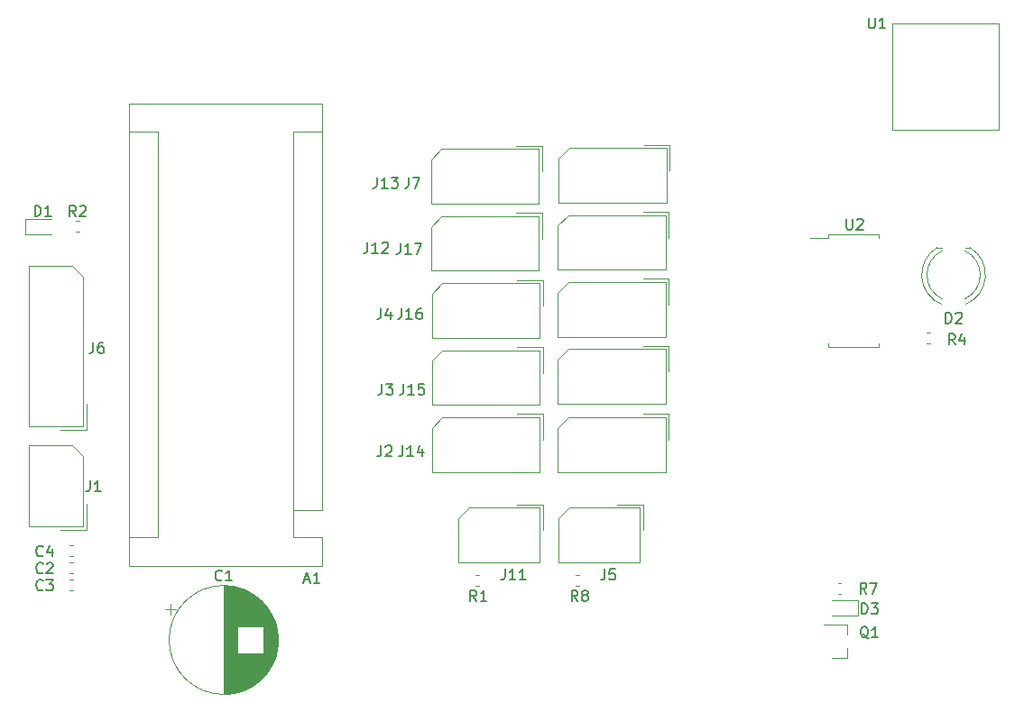
<source format=gbr>
G04 #@! TF.GenerationSoftware,KiCad,Pcbnew,(5.1.4)-1*
G04 #@! TF.CreationDate,2019-11-14T13:23:43+09:00*
G04 #@! TF.ProjectId,BT_speaker,42545f73-7065-4616-9b65-722e6b696361,rev?*
G04 #@! TF.SameCoordinates,Original*
G04 #@! TF.FileFunction,Legend,Top*
G04 #@! TF.FilePolarity,Positive*
%FSLAX46Y46*%
G04 Gerber Fmt 4.6, Leading zero omitted, Abs format (unit mm)*
G04 Created by KiCad (PCBNEW (5.1.4)-1) date 2019-11-14 13:23:43*
%MOMM*%
%LPD*%
G04 APERTURE LIST*
%ADD10C,0.120000*%
%ADD11C,0.150000*%
G04 APERTURE END LIST*
D10*
X122110000Y-108080000D02*
X120650000Y-108080000D01*
X122110000Y-104920000D02*
X119950000Y-104920000D01*
X122110000Y-104920000D02*
X122110000Y-105850000D01*
X122110000Y-108080000D02*
X122110000Y-107150000D01*
X50710000Y-86660000D02*
X50710000Y-84250000D01*
X48300000Y-86660000D02*
X50710000Y-86660000D01*
X45290000Y-71240000D02*
X45290000Y-86360000D01*
X49410000Y-71240000D02*
X45290000Y-71240000D01*
X50410000Y-72240000D02*
X49410000Y-71240000D01*
X50410000Y-86360000D02*
X50410000Y-72240000D01*
X45290000Y-86360000D02*
X50410000Y-86360000D01*
X70130000Y-94230000D02*
X70130000Y-96770000D01*
X70130000Y-96770000D02*
X72800000Y-96770000D01*
X72800000Y-94230000D02*
X72800000Y-56000000D01*
X72800000Y-99440000D02*
X72800000Y-96770000D01*
X57430000Y-96770000D02*
X54760000Y-96770000D01*
X57430000Y-96770000D02*
X57430000Y-58670000D01*
X57430000Y-58670000D02*
X54760000Y-58670000D01*
X70130000Y-94230000D02*
X72800000Y-94230000D01*
X70130000Y-94230000D02*
X70130000Y-58670000D01*
X70130000Y-58670000D02*
X72800000Y-58670000D01*
X72800000Y-56000000D02*
X54760000Y-56000000D01*
X54760000Y-56000000D02*
X54760000Y-99440000D01*
X54760000Y-99440000D02*
X72800000Y-99440000D01*
X68720000Y-106400000D02*
G75*
G03X68720000Y-106400000I-5120000J0D01*
G01*
X63600000Y-101320000D02*
X63600000Y-111480000D01*
X63640000Y-101320000D02*
X63640000Y-111480000D01*
X63680000Y-101320000D02*
X63680000Y-111480000D01*
X63720000Y-101321000D02*
X63720000Y-111479000D01*
X63760000Y-101322000D02*
X63760000Y-111478000D01*
X63800000Y-101323000D02*
X63800000Y-111477000D01*
X63840000Y-101325000D02*
X63840000Y-111475000D01*
X63880000Y-101327000D02*
X63880000Y-111473000D01*
X63920000Y-101330000D02*
X63920000Y-111470000D01*
X63960000Y-101332000D02*
X63960000Y-111468000D01*
X64000000Y-101335000D02*
X64000000Y-111465000D01*
X64040000Y-101338000D02*
X64040000Y-111462000D01*
X64080000Y-101342000D02*
X64080000Y-111458000D01*
X64120000Y-101346000D02*
X64120000Y-111454000D01*
X64160000Y-101350000D02*
X64160000Y-111450000D01*
X64200000Y-101355000D02*
X64200000Y-111445000D01*
X64240000Y-101360000D02*
X64240000Y-111440000D01*
X64280000Y-101365000D02*
X64280000Y-111435000D01*
X64321000Y-101370000D02*
X64321000Y-111430000D01*
X64361000Y-101376000D02*
X64361000Y-111424000D01*
X64401000Y-101382000D02*
X64401000Y-111418000D01*
X64441000Y-101389000D02*
X64441000Y-111411000D01*
X64481000Y-101396000D02*
X64481000Y-111404000D01*
X64521000Y-101403000D02*
X64521000Y-111397000D01*
X64561000Y-101410000D02*
X64561000Y-111390000D01*
X64601000Y-101418000D02*
X64601000Y-111382000D01*
X64641000Y-101426000D02*
X64641000Y-111374000D01*
X64681000Y-101435000D02*
X64681000Y-111365000D01*
X64721000Y-101444000D02*
X64721000Y-111356000D01*
X64761000Y-101453000D02*
X64761000Y-111347000D01*
X64801000Y-101462000D02*
X64801000Y-111338000D01*
X64841000Y-101472000D02*
X64841000Y-111328000D01*
X64881000Y-101482000D02*
X64881000Y-105159000D01*
X64881000Y-107641000D02*
X64881000Y-111318000D01*
X64921000Y-101493000D02*
X64921000Y-105159000D01*
X64921000Y-107641000D02*
X64921000Y-111307000D01*
X64961000Y-101503000D02*
X64961000Y-105159000D01*
X64961000Y-107641000D02*
X64961000Y-111297000D01*
X65001000Y-101515000D02*
X65001000Y-105159000D01*
X65001000Y-107641000D02*
X65001000Y-111285000D01*
X65041000Y-101526000D02*
X65041000Y-105159000D01*
X65041000Y-107641000D02*
X65041000Y-111274000D01*
X65081000Y-101538000D02*
X65081000Y-105159000D01*
X65081000Y-107641000D02*
X65081000Y-111262000D01*
X65121000Y-101550000D02*
X65121000Y-105159000D01*
X65121000Y-107641000D02*
X65121000Y-111250000D01*
X65161000Y-101563000D02*
X65161000Y-105159000D01*
X65161000Y-107641000D02*
X65161000Y-111237000D01*
X65201000Y-101576000D02*
X65201000Y-105159000D01*
X65201000Y-107641000D02*
X65201000Y-111224000D01*
X65241000Y-101589000D02*
X65241000Y-105159000D01*
X65241000Y-107641000D02*
X65241000Y-111211000D01*
X65281000Y-101603000D02*
X65281000Y-105159000D01*
X65281000Y-107641000D02*
X65281000Y-111197000D01*
X65321000Y-101617000D02*
X65321000Y-105159000D01*
X65321000Y-107641000D02*
X65321000Y-111183000D01*
X65361000Y-101632000D02*
X65361000Y-105159000D01*
X65361000Y-107641000D02*
X65361000Y-111168000D01*
X65401000Y-101646000D02*
X65401000Y-105159000D01*
X65401000Y-107641000D02*
X65401000Y-111154000D01*
X65441000Y-101662000D02*
X65441000Y-105159000D01*
X65441000Y-107641000D02*
X65441000Y-111138000D01*
X65481000Y-101677000D02*
X65481000Y-105159000D01*
X65481000Y-107641000D02*
X65481000Y-111123000D01*
X65521000Y-101693000D02*
X65521000Y-105159000D01*
X65521000Y-107641000D02*
X65521000Y-111107000D01*
X65561000Y-101710000D02*
X65561000Y-105159000D01*
X65561000Y-107641000D02*
X65561000Y-111090000D01*
X65601000Y-101726000D02*
X65601000Y-105159000D01*
X65601000Y-107641000D02*
X65601000Y-111074000D01*
X65641000Y-101743000D02*
X65641000Y-105159000D01*
X65641000Y-107641000D02*
X65641000Y-111057000D01*
X65681000Y-101761000D02*
X65681000Y-105159000D01*
X65681000Y-107641000D02*
X65681000Y-111039000D01*
X65721000Y-101779000D02*
X65721000Y-105159000D01*
X65721000Y-107641000D02*
X65721000Y-111021000D01*
X65761000Y-101797000D02*
X65761000Y-105159000D01*
X65761000Y-107641000D02*
X65761000Y-111003000D01*
X65801000Y-101816000D02*
X65801000Y-105159000D01*
X65801000Y-107641000D02*
X65801000Y-110984000D01*
X65841000Y-101836000D02*
X65841000Y-105159000D01*
X65841000Y-107641000D02*
X65841000Y-110964000D01*
X65881000Y-101855000D02*
X65881000Y-105159000D01*
X65881000Y-107641000D02*
X65881000Y-110945000D01*
X65921000Y-101875000D02*
X65921000Y-105159000D01*
X65921000Y-107641000D02*
X65921000Y-110925000D01*
X65961000Y-101896000D02*
X65961000Y-105159000D01*
X65961000Y-107641000D02*
X65961000Y-110904000D01*
X66001000Y-101917000D02*
X66001000Y-105159000D01*
X66001000Y-107641000D02*
X66001000Y-110883000D01*
X66041000Y-101938000D02*
X66041000Y-105159000D01*
X66041000Y-107641000D02*
X66041000Y-110862000D01*
X66081000Y-101960000D02*
X66081000Y-105159000D01*
X66081000Y-107641000D02*
X66081000Y-110840000D01*
X66121000Y-101983000D02*
X66121000Y-105159000D01*
X66121000Y-107641000D02*
X66121000Y-110817000D01*
X66161000Y-102005000D02*
X66161000Y-105159000D01*
X66161000Y-107641000D02*
X66161000Y-110795000D01*
X66201000Y-102029000D02*
X66201000Y-105159000D01*
X66201000Y-107641000D02*
X66201000Y-110771000D01*
X66241000Y-102053000D02*
X66241000Y-105159000D01*
X66241000Y-107641000D02*
X66241000Y-110747000D01*
X66281000Y-102077000D02*
X66281000Y-105159000D01*
X66281000Y-107641000D02*
X66281000Y-110723000D01*
X66321000Y-102102000D02*
X66321000Y-105159000D01*
X66321000Y-107641000D02*
X66321000Y-110698000D01*
X66361000Y-102127000D02*
X66361000Y-105159000D01*
X66361000Y-107641000D02*
X66361000Y-110673000D01*
X66401000Y-102153000D02*
X66401000Y-105159000D01*
X66401000Y-107641000D02*
X66401000Y-110647000D01*
X66441000Y-102179000D02*
X66441000Y-105159000D01*
X66441000Y-107641000D02*
X66441000Y-110621000D01*
X66481000Y-102206000D02*
X66481000Y-105159000D01*
X66481000Y-107641000D02*
X66481000Y-110594000D01*
X66521000Y-102234000D02*
X66521000Y-105159000D01*
X66521000Y-107641000D02*
X66521000Y-110566000D01*
X66561000Y-102262000D02*
X66561000Y-105159000D01*
X66561000Y-107641000D02*
X66561000Y-110538000D01*
X66601000Y-102290000D02*
X66601000Y-105159000D01*
X66601000Y-107641000D02*
X66601000Y-110510000D01*
X66641000Y-102320000D02*
X66641000Y-105159000D01*
X66641000Y-107641000D02*
X66641000Y-110480000D01*
X66681000Y-102350000D02*
X66681000Y-105159000D01*
X66681000Y-107641000D02*
X66681000Y-110450000D01*
X66721000Y-102380000D02*
X66721000Y-105159000D01*
X66721000Y-107641000D02*
X66721000Y-110420000D01*
X66761000Y-102411000D02*
X66761000Y-105159000D01*
X66761000Y-107641000D02*
X66761000Y-110389000D01*
X66801000Y-102443000D02*
X66801000Y-105159000D01*
X66801000Y-107641000D02*
X66801000Y-110357000D01*
X66841000Y-102475000D02*
X66841000Y-105159000D01*
X66841000Y-107641000D02*
X66841000Y-110325000D01*
X66881000Y-102508000D02*
X66881000Y-105159000D01*
X66881000Y-107641000D02*
X66881000Y-110292000D01*
X66921000Y-102542000D02*
X66921000Y-105159000D01*
X66921000Y-107641000D02*
X66921000Y-110258000D01*
X66961000Y-102576000D02*
X66961000Y-105159000D01*
X66961000Y-107641000D02*
X66961000Y-110224000D01*
X67001000Y-102611000D02*
X67001000Y-105159000D01*
X67001000Y-107641000D02*
X67001000Y-110189000D01*
X67041000Y-102647000D02*
X67041000Y-105159000D01*
X67041000Y-107641000D02*
X67041000Y-110153000D01*
X67081000Y-102684000D02*
X67081000Y-105159000D01*
X67081000Y-107641000D02*
X67081000Y-110116000D01*
X67121000Y-102721000D02*
X67121000Y-105159000D01*
X67121000Y-107641000D02*
X67121000Y-110079000D01*
X67161000Y-102760000D02*
X67161000Y-105159000D01*
X67161000Y-107641000D02*
X67161000Y-110040000D01*
X67201000Y-102799000D02*
X67201000Y-105159000D01*
X67201000Y-107641000D02*
X67201000Y-110001000D01*
X67241000Y-102839000D02*
X67241000Y-105159000D01*
X67241000Y-107641000D02*
X67241000Y-109961000D01*
X67281000Y-102880000D02*
X67281000Y-105159000D01*
X67281000Y-107641000D02*
X67281000Y-109920000D01*
X67321000Y-102922000D02*
X67321000Y-105159000D01*
X67321000Y-107641000D02*
X67321000Y-109878000D01*
X67361000Y-102964000D02*
X67361000Y-109836000D01*
X67401000Y-103008000D02*
X67401000Y-109792000D01*
X67441000Y-103053000D02*
X67441000Y-109747000D01*
X67481000Y-103099000D02*
X67481000Y-109701000D01*
X67521000Y-103146000D02*
X67521000Y-109654000D01*
X67561000Y-103194000D02*
X67561000Y-109606000D01*
X67601000Y-103244000D02*
X67601000Y-109556000D01*
X67641000Y-103294000D02*
X67641000Y-109506000D01*
X67681000Y-103346000D02*
X67681000Y-109454000D01*
X67721000Y-103400000D02*
X67721000Y-109400000D01*
X67761000Y-103455000D02*
X67761000Y-109345000D01*
X67801000Y-103511000D02*
X67801000Y-109289000D01*
X67841000Y-103570000D02*
X67841000Y-109230000D01*
X67881000Y-103630000D02*
X67881000Y-109170000D01*
X67921000Y-103691000D02*
X67921000Y-109109000D01*
X67961000Y-103755000D02*
X67961000Y-109045000D01*
X68001000Y-103821000D02*
X68001000Y-108979000D01*
X68041000Y-103890000D02*
X68041000Y-108910000D01*
X68081000Y-103961000D02*
X68081000Y-108839000D01*
X68121000Y-104035000D02*
X68121000Y-108765000D01*
X68161000Y-104111000D02*
X68161000Y-108689000D01*
X68201000Y-104191000D02*
X68201000Y-108609000D01*
X68241000Y-104275000D02*
X68241000Y-108525000D01*
X68281000Y-104363000D02*
X68281000Y-108437000D01*
X68321000Y-104456000D02*
X68321000Y-108344000D01*
X68361000Y-104554000D02*
X68361000Y-108246000D01*
X68401000Y-104658000D02*
X68401000Y-108142000D01*
X68441000Y-104770000D02*
X68441000Y-108030000D01*
X68481000Y-104890000D02*
X68481000Y-107910000D01*
X68521000Y-105022000D02*
X68521000Y-107778000D01*
X68561000Y-105170000D02*
X68561000Y-107630000D01*
X68601000Y-105338000D02*
X68601000Y-107462000D01*
X68641000Y-105538000D02*
X68641000Y-107262000D01*
X68681000Y-105801000D02*
X68681000Y-106999000D01*
X58120354Y-103525000D02*
X59120354Y-103525000D01*
X58620354Y-103025000D02*
X58620354Y-104025000D01*
X49462779Y-100110000D02*
X49137221Y-100110000D01*
X49462779Y-99090000D02*
X49137221Y-99090000D01*
X49462779Y-100690000D02*
X49137221Y-100690000D01*
X49462779Y-101710000D02*
X49137221Y-101710000D01*
X49462779Y-98515001D02*
X49137221Y-98515001D01*
X49462779Y-97495001D02*
X49137221Y-97495001D01*
X47420001Y-66840000D02*
X44960001Y-66840000D01*
X44960001Y-66840000D02*
X44960001Y-68310000D01*
X44960001Y-68310000D02*
X47420001Y-68310000D01*
X123110000Y-102665000D02*
X120650000Y-102665000D01*
X123110000Y-104135000D02*
X123110000Y-102665000D01*
X120650000Y-104135000D02*
X123110000Y-104135000D01*
X45290000Y-95760000D02*
X50410000Y-95760000D01*
X50410000Y-95760000D02*
X50410000Y-89140000D01*
X50410000Y-89140000D02*
X49410000Y-88140000D01*
X49410000Y-88140000D02*
X45290000Y-88140000D01*
X45290000Y-88140000D02*
X45290000Y-95760000D01*
X48300000Y-96060000D02*
X50710000Y-96060000D01*
X50710000Y-96060000D02*
X50710000Y-93650000D01*
X93560000Y-85190000D02*
X91150000Y-85190000D01*
X93560000Y-87600000D02*
X93560000Y-85190000D01*
X83140000Y-90610000D02*
X93260000Y-90610000D01*
X83140000Y-86490000D02*
X83140000Y-90610000D01*
X84140000Y-85490000D02*
X83140000Y-86490000D01*
X93260000Y-85490000D02*
X84140000Y-85490000D01*
X93260000Y-90610000D02*
X93260000Y-85490000D01*
X93260000Y-84310000D02*
X93260000Y-79190000D01*
X93260000Y-79190000D02*
X84140000Y-79190000D01*
X84140000Y-79190000D02*
X83140000Y-80190000D01*
X83140000Y-80190000D02*
X83140000Y-84310000D01*
X83140000Y-84310000D02*
X93260000Y-84310000D01*
X93560000Y-81300000D02*
X93560000Y-78890000D01*
X93560000Y-78890000D02*
X91150000Y-78890000D01*
X93560000Y-72590000D02*
X91150000Y-72590000D01*
X93560000Y-75000000D02*
X93560000Y-72590000D01*
X83140000Y-78010000D02*
X93260000Y-78010000D01*
X83140000Y-73890000D02*
X83140000Y-78010000D01*
X84140000Y-72890000D02*
X83140000Y-73890000D01*
X93260000Y-72890000D02*
X84140000Y-72890000D01*
X93260000Y-78010000D02*
X93260000Y-72890000D01*
X102960000Y-93690000D02*
X100550000Y-93690000D01*
X102960000Y-96100000D02*
X102960000Y-93690000D01*
X95040000Y-99110000D02*
X102660000Y-99110000D01*
X95040000Y-94990000D02*
X95040000Y-99110000D01*
X96040000Y-93990000D02*
X95040000Y-94990000D01*
X102660000Y-93990000D02*
X96040000Y-93990000D01*
X102660000Y-99110000D02*
X102660000Y-93990000D01*
X105160000Y-65310000D02*
X105160000Y-60190000D01*
X105160000Y-60190000D02*
X96040000Y-60190000D01*
X96040000Y-60190000D02*
X95040000Y-61190000D01*
X95040000Y-61190000D02*
X95040000Y-65310000D01*
X95040000Y-65310000D02*
X105160000Y-65310000D01*
X105460000Y-62300000D02*
X105460000Y-59890000D01*
X105460000Y-59890000D02*
X103050000Y-59890000D01*
X93260000Y-99110000D02*
X93260000Y-93990000D01*
X93260000Y-93990000D02*
X86640000Y-93990000D01*
X86640000Y-93990000D02*
X85640000Y-94990000D01*
X85640000Y-94990000D02*
X85640000Y-99110000D01*
X85640000Y-99110000D02*
X93260000Y-99110000D01*
X93560000Y-96100000D02*
X93560000Y-93690000D01*
X93560000Y-93690000D02*
X91150000Y-93690000D01*
X87237221Y-101310000D02*
X87562779Y-101310000D01*
X87237221Y-100290000D02*
X87562779Y-100290000D01*
X49737221Y-67065000D02*
X50062779Y-67065000D01*
X49737221Y-68085000D02*
X50062779Y-68085000D01*
X129587221Y-78560000D02*
X129912779Y-78560000D01*
X129587221Y-77540000D02*
X129912779Y-77540000D01*
X121562779Y-102110000D02*
X121237221Y-102110000D01*
X121562779Y-101090000D02*
X121237221Y-101090000D01*
X96637221Y-100290000D02*
X96962779Y-100290000D01*
X96637221Y-101310000D02*
X96962779Y-101310000D01*
X126350000Y-48450000D02*
X126350000Y-58450000D01*
X126350000Y-48450000D02*
X136350000Y-48450000D01*
X126350000Y-58450000D02*
X136350000Y-58450000D01*
X136350000Y-48450000D02*
X136350000Y-58450000D01*
X122700000Y-78860000D02*
X125085000Y-78860000D01*
X125085000Y-78860000D02*
X125085000Y-78580000D01*
X122700000Y-78860000D02*
X120315000Y-78860000D01*
X120315000Y-78860000D02*
X120315000Y-78580000D01*
X122700000Y-68340000D02*
X125085000Y-68340000D01*
X125085000Y-68340000D02*
X125085000Y-68620000D01*
X122700000Y-68340000D02*
X120315000Y-68340000D01*
X120315000Y-68340000D02*
X120315000Y-68620000D01*
X120315000Y-68620000D02*
X118650000Y-68620000D01*
X133180827Y-74892815D02*
G75*
G03X133644830Y-69545000I-1080827J2787815D01*
G01*
X131019173Y-74892815D02*
G75*
G02X130555170Y-69545000I1080827J2787815D01*
G01*
X133180429Y-74359479D02*
G75*
G03X133180000Y-69850316I-1080429J2254479D01*
G01*
X131019571Y-74359479D02*
G75*
G02X131020000Y-69850316I1080429J2254479D01*
G01*
X133645000Y-69545000D02*
X133180000Y-69545000D01*
X131020000Y-69545000D02*
X130555000Y-69545000D01*
X93460000Y-66290000D02*
X91050000Y-66290000D01*
X93460000Y-68700000D02*
X93460000Y-66290000D01*
X83040000Y-71710000D02*
X93160000Y-71710000D01*
X83040000Y-67590000D02*
X83040000Y-71710000D01*
X84040000Y-66590000D02*
X83040000Y-67590000D01*
X93160000Y-66590000D02*
X84040000Y-66590000D01*
X93160000Y-71710000D02*
X93160000Y-66590000D01*
X93160000Y-65410000D02*
X93160000Y-60290000D01*
X93160000Y-60290000D02*
X84040000Y-60290000D01*
X84040000Y-60290000D02*
X83040000Y-61290000D01*
X83040000Y-61290000D02*
X83040000Y-65410000D01*
X83040000Y-65410000D02*
X93160000Y-65410000D01*
X93460000Y-62400000D02*
X93460000Y-59990000D01*
X93460000Y-59990000D02*
X91050000Y-59990000D01*
X105060000Y-90610000D02*
X105060000Y-85490000D01*
X105060000Y-85490000D02*
X95940000Y-85490000D01*
X95940000Y-85490000D02*
X94940000Y-86490000D01*
X94940000Y-86490000D02*
X94940000Y-90610000D01*
X94940000Y-90610000D02*
X105060000Y-90610000D01*
X105360000Y-87600000D02*
X105360000Y-85190000D01*
X105360000Y-85190000D02*
X102950000Y-85190000D01*
X105360000Y-78790000D02*
X102950000Y-78790000D01*
X105360000Y-81200000D02*
X105360000Y-78790000D01*
X94940000Y-84210000D02*
X105060000Y-84210000D01*
X94940000Y-80090000D02*
X94940000Y-84210000D01*
X95940000Y-79090000D02*
X94940000Y-80090000D01*
X105060000Y-79090000D02*
X95940000Y-79090000D01*
X105060000Y-84210000D02*
X105060000Y-79090000D01*
X105060000Y-77910000D02*
X105060000Y-72790000D01*
X105060000Y-72790000D02*
X95940000Y-72790000D01*
X95940000Y-72790000D02*
X94940000Y-73790000D01*
X94940000Y-73790000D02*
X94940000Y-77910000D01*
X94940000Y-77910000D02*
X105060000Y-77910000D01*
X105360000Y-74900000D02*
X105360000Y-72490000D01*
X105360000Y-72490000D02*
X102950000Y-72490000D01*
X105360000Y-66190000D02*
X102950000Y-66190000D01*
X105360000Y-68600000D02*
X105360000Y-66190000D01*
X94940000Y-71610000D02*
X105060000Y-71610000D01*
X94940000Y-67490000D02*
X94940000Y-71610000D01*
X95940000Y-66490000D02*
X94940000Y-67490000D01*
X105060000Y-66490000D02*
X95940000Y-66490000D01*
X105060000Y-71610000D02*
X105060000Y-66490000D01*
D11*
X124104761Y-106247619D02*
X124009523Y-106200000D01*
X123914285Y-106104761D01*
X123771428Y-105961904D01*
X123676190Y-105914285D01*
X123580952Y-105914285D01*
X123628571Y-106152380D02*
X123533333Y-106104761D01*
X123438095Y-106009523D01*
X123390476Y-105819047D01*
X123390476Y-105485714D01*
X123438095Y-105295238D01*
X123533333Y-105200000D01*
X123628571Y-105152380D01*
X123819047Y-105152380D01*
X123914285Y-105200000D01*
X124009523Y-105295238D01*
X124057142Y-105485714D01*
X124057142Y-105819047D01*
X124009523Y-106009523D01*
X123914285Y-106104761D01*
X123819047Y-106152380D01*
X123628571Y-106152380D01*
X125009523Y-106152380D02*
X124438095Y-106152380D01*
X124723809Y-106152380D02*
X124723809Y-105152380D01*
X124628571Y-105295238D01*
X124533333Y-105390476D01*
X124438095Y-105438095D01*
X51366666Y-78452380D02*
X51366666Y-79166666D01*
X51319047Y-79309523D01*
X51223809Y-79404761D01*
X51080952Y-79452380D01*
X50985714Y-79452380D01*
X52271428Y-78452380D02*
X52080952Y-78452380D01*
X51985714Y-78500000D01*
X51938095Y-78547619D01*
X51842857Y-78690476D01*
X51795238Y-78880952D01*
X51795238Y-79261904D01*
X51842857Y-79357142D01*
X51890476Y-79404761D01*
X51985714Y-79452380D01*
X52176190Y-79452380D01*
X52271428Y-79404761D01*
X52319047Y-79357142D01*
X52366666Y-79261904D01*
X52366666Y-79023809D01*
X52319047Y-78928571D01*
X52271428Y-78880952D01*
X52176190Y-78833333D01*
X51985714Y-78833333D01*
X51890476Y-78880952D01*
X51842857Y-78928571D01*
X51795238Y-79023809D01*
X71185714Y-100766666D02*
X71661904Y-100766666D01*
X71090476Y-101052380D02*
X71423809Y-100052380D01*
X71757142Y-101052380D01*
X72614285Y-101052380D02*
X72042857Y-101052380D01*
X72328571Y-101052380D02*
X72328571Y-100052380D01*
X72233333Y-100195238D01*
X72138095Y-100290476D01*
X72042857Y-100338095D01*
X63433333Y-100757142D02*
X63385714Y-100804761D01*
X63242857Y-100852380D01*
X63147619Y-100852380D01*
X63004761Y-100804761D01*
X62909523Y-100709523D01*
X62861904Y-100614285D01*
X62814285Y-100423809D01*
X62814285Y-100280952D01*
X62861904Y-100090476D01*
X62909523Y-99995238D01*
X63004761Y-99900000D01*
X63147619Y-99852380D01*
X63242857Y-99852380D01*
X63385714Y-99900000D01*
X63433333Y-99947619D01*
X64385714Y-100852380D02*
X63814285Y-100852380D01*
X64100000Y-100852380D02*
X64100000Y-99852380D01*
X64004761Y-99995238D01*
X63909523Y-100090476D01*
X63814285Y-100138095D01*
X46633333Y-100057142D02*
X46585714Y-100104761D01*
X46442857Y-100152380D01*
X46347619Y-100152380D01*
X46204761Y-100104761D01*
X46109523Y-100009523D01*
X46061904Y-99914285D01*
X46014285Y-99723809D01*
X46014285Y-99580952D01*
X46061904Y-99390476D01*
X46109523Y-99295238D01*
X46204761Y-99200000D01*
X46347619Y-99152380D01*
X46442857Y-99152380D01*
X46585714Y-99200000D01*
X46633333Y-99247619D01*
X47014285Y-99247619D02*
X47061904Y-99200000D01*
X47157142Y-99152380D01*
X47395238Y-99152380D01*
X47490476Y-99200000D01*
X47538095Y-99247619D01*
X47585714Y-99342857D01*
X47585714Y-99438095D01*
X47538095Y-99580952D01*
X46966666Y-100152380D01*
X47585714Y-100152380D01*
X46633333Y-101657142D02*
X46585714Y-101704761D01*
X46442857Y-101752380D01*
X46347619Y-101752380D01*
X46204761Y-101704761D01*
X46109523Y-101609523D01*
X46061904Y-101514285D01*
X46014285Y-101323809D01*
X46014285Y-101180952D01*
X46061904Y-100990476D01*
X46109523Y-100895238D01*
X46204761Y-100800000D01*
X46347619Y-100752380D01*
X46442857Y-100752380D01*
X46585714Y-100800000D01*
X46633333Y-100847619D01*
X46966666Y-100752380D02*
X47585714Y-100752380D01*
X47252380Y-101133333D01*
X47395238Y-101133333D01*
X47490476Y-101180952D01*
X47538095Y-101228571D01*
X47585714Y-101323809D01*
X47585714Y-101561904D01*
X47538095Y-101657142D01*
X47490476Y-101704761D01*
X47395238Y-101752380D01*
X47109523Y-101752380D01*
X47014285Y-101704761D01*
X46966666Y-101657142D01*
X46633333Y-98457142D02*
X46585714Y-98504761D01*
X46442857Y-98552380D01*
X46347619Y-98552380D01*
X46204761Y-98504761D01*
X46109523Y-98409523D01*
X46061904Y-98314285D01*
X46014285Y-98123809D01*
X46014285Y-97980952D01*
X46061904Y-97790476D01*
X46109523Y-97695238D01*
X46204761Y-97600000D01*
X46347619Y-97552380D01*
X46442857Y-97552380D01*
X46585714Y-97600000D01*
X46633333Y-97647619D01*
X47490476Y-97885714D02*
X47490476Y-98552380D01*
X47252380Y-97504761D02*
X47014285Y-98219047D01*
X47633333Y-98219047D01*
X45881905Y-66597380D02*
X45881905Y-65597380D01*
X46120001Y-65597380D01*
X46262858Y-65645000D01*
X46358096Y-65740238D01*
X46405715Y-65835476D01*
X46453334Y-66025952D01*
X46453334Y-66168809D01*
X46405715Y-66359285D01*
X46358096Y-66454523D01*
X46262858Y-66549761D01*
X46120001Y-66597380D01*
X45881905Y-66597380D01*
X47405715Y-66597380D02*
X46834286Y-66597380D01*
X47120001Y-66597380D02*
X47120001Y-65597380D01*
X47024762Y-65740238D01*
X46929524Y-65835476D01*
X46834286Y-65883095D01*
X123461904Y-103952380D02*
X123461904Y-102952380D01*
X123700000Y-102952380D01*
X123842857Y-103000000D01*
X123938095Y-103095238D01*
X123985714Y-103190476D01*
X124033333Y-103380952D01*
X124033333Y-103523809D01*
X123985714Y-103714285D01*
X123938095Y-103809523D01*
X123842857Y-103904761D01*
X123700000Y-103952380D01*
X123461904Y-103952380D01*
X124366666Y-102952380D02*
X124985714Y-102952380D01*
X124652380Y-103333333D01*
X124795238Y-103333333D01*
X124890476Y-103380952D01*
X124938095Y-103428571D01*
X124985714Y-103523809D01*
X124985714Y-103761904D01*
X124938095Y-103857142D01*
X124890476Y-103904761D01*
X124795238Y-103952380D01*
X124509523Y-103952380D01*
X124414285Y-103904761D01*
X124366666Y-103857142D01*
X51066666Y-91452380D02*
X51066666Y-92166666D01*
X51019047Y-92309523D01*
X50923809Y-92404761D01*
X50780952Y-92452380D01*
X50685714Y-92452380D01*
X52066666Y-92452380D02*
X51495238Y-92452380D01*
X51780952Y-92452380D02*
X51780952Y-91452380D01*
X51685714Y-91595238D01*
X51590476Y-91690476D01*
X51495238Y-91738095D01*
X78366666Y-88152380D02*
X78366666Y-88866666D01*
X78319047Y-89009523D01*
X78223809Y-89104761D01*
X78080952Y-89152380D01*
X77985714Y-89152380D01*
X78795238Y-88247619D02*
X78842857Y-88200000D01*
X78938095Y-88152380D01*
X79176190Y-88152380D01*
X79271428Y-88200000D01*
X79319047Y-88247619D01*
X79366666Y-88342857D01*
X79366666Y-88438095D01*
X79319047Y-88580952D01*
X78747619Y-89152380D01*
X79366666Y-89152380D01*
X78466666Y-82352380D02*
X78466666Y-83066666D01*
X78419047Y-83209523D01*
X78323809Y-83304761D01*
X78180952Y-83352380D01*
X78085714Y-83352380D01*
X78847619Y-82352380D02*
X79466666Y-82352380D01*
X79133333Y-82733333D01*
X79276190Y-82733333D01*
X79371428Y-82780952D01*
X79419047Y-82828571D01*
X79466666Y-82923809D01*
X79466666Y-83161904D01*
X79419047Y-83257142D01*
X79371428Y-83304761D01*
X79276190Y-83352380D01*
X78990476Y-83352380D01*
X78895238Y-83304761D01*
X78847619Y-83257142D01*
X78366666Y-75252380D02*
X78366666Y-75966666D01*
X78319047Y-76109523D01*
X78223809Y-76204761D01*
X78080952Y-76252380D01*
X77985714Y-76252380D01*
X79271428Y-75585714D02*
X79271428Y-76252380D01*
X79033333Y-75204761D02*
X78795238Y-75919047D01*
X79414285Y-75919047D01*
X99366666Y-99752380D02*
X99366666Y-100466666D01*
X99319047Y-100609523D01*
X99223809Y-100704761D01*
X99080952Y-100752380D01*
X98985714Y-100752380D01*
X100319047Y-99752380D02*
X99842857Y-99752380D01*
X99795238Y-100228571D01*
X99842857Y-100180952D01*
X99938095Y-100133333D01*
X100176190Y-100133333D01*
X100271428Y-100180952D01*
X100319047Y-100228571D01*
X100366666Y-100323809D01*
X100366666Y-100561904D01*
X100319047Y-100657142D01*
X100271428Y-100704761D01*
X100176190Y-100752380D01*
X99938095Y-100752380D01*
X99842857Y-100704761D01*
X99795238Y-100657142D01*
X80966666Y-62952380D02*
X80966666Y-63666666D01*
X80919047Y-63809523D01*
X80823809Y-63904761D01*
X80680952Y-63952380D01*
X80585714Y-63952380D01*
X81347619Y-62952380D02*
X82014285Y-62952380D01*
X81585714Y-63952380D01*
X89990476Y-99752380D02*
X89990476Y-100466666D01*
X89942857Y-100609523D01*
X89847619Y-100704761D01*
X89704761Y-100752380D01*
X89609523Y-100752380D01*
X90990476Y-100752380D02*
X90419047Y-100752380D01*
X90704761Y-100752380D02*
X90704761Y-99752380D01*
X90609523Y-99895238D01*
X90514285Y-99990476D01*
X90419047Y-100038095D01*
X91942857Y-100752380D02*
X91371428Y-100752380D01*
X91657142Y-100752380D02*
X91657142Y-99752380D01*
X91561904Y-99895238D01*
X91466666Y-99990476D01*
X91371428Y-100038095D01*
X87333333Y-102752380D02*
X87000000Y-102276190D01*
X86761904Y-102752380D02*
X86761904Y-101752380D01*
X87142857Y-101752380D01*
X87238095Y-101800000D01*
X87285714Y-101847619D01*
X87333333Y-101942857D01*
X87333333Y-102085714D01*
X87285714Y-102180952D01*
X87238095Y-102228571D01*
X87142857Y-102276190D01*
X86761904Y-102276190D01*
X88285714Y-102752380D02*
X87714285Y-102752380D01*
X88000000Y-102752380D02*
X88000000Y-101752380D01*
X87904761Y-101895238D01*
X87809523Y-101990476D01*
X87714285Y-102038095D01*
X49733333Y-66597380D02*
X49400000Y-66121190D01*
X49161904Y-66597380D02*
X49161904Y-65597380D01*
X49542857Y-65597380D01*
X49638095Y-65645000D01*
X49685714Y-65692619D01*
X49733333Y-65787857D01*
X49733333Y-65930714D01*
X49685714Y-66025952D01*
X49638095Y-66073571D01*
X49542857Y-66121190D01*
X49161904Y-66121190D01*
X50114285Y-65692619D02*
X50161904Y-65645000D01*
X50257142Y-65597380D01*
X50495238Y-65597380D01*
X50590476Y-65645000D01*
X50638095Y-65692619D01*
X50685714Y-65787857D01*
X50685714Y-65883095D01*
X50638095Y-66025952D01*
X50066666Y-66597380D01*
X50685714Y-66597380D01*
X132233333Y-78652380D02*
X131900000Y-78176190D01*
X131661904Y-78652380D02*
X131661904Y-77652380D01*
X132042857Y-77652380D01*
X132138095Y-77700000D01*
X132185714Y-77747619D01*
X132233333Y-77842857D01*
X132233333Y-77985714D01*
X132185714Y-78080952D01*
X132138095Y-78128571D01*
X132042857Y-78176190D01*
X131661904Y-78176190D01*
X133090476Y-77985714D02*
X133090476Y-78652380D01*
X132852380Y-77604761D02*
X132614285Y-78319047D01*
X133233333Y-78319047D01*
X123933333Y-102052380D02*
X123600000Y-101576190D01*
X123361904Y-102052380D02*
X123361904Y-101052380D01*
X123742857Y-101052380D01*
X123838095Y-101100000D01*
X123885714Y-101147619D01*
X123933333Y-101242857D01*
X123933333Y-101385714D01*
X123885714Y-101480952D01*
X123838095Y-101528571D01*
X123742857Y-101576190D01*
X123361904Y-101576190D01*
X124266666Y-101052380D02*
X124933333Y-101052380D01*
X124504761Y-102052380D01*
X96833333Y-102752380D02*
X96500000Y-102276190D01*
X96261904Y-102752380D02*
X96261904Y-101752380D01*
X96642857Y-101752380D01*
X96738095Y-101800000D01*
X96785714Y-101847619D01*
X96833333Y-101942857D01*
X96833333Y-102085714D01*
X96785714Y-102180952D01*
X96738095Y-102228571D01*
X96642857Y-102276190D01*
X96261904Y-102276190D01*
X97404761Y-102180952D02*
X97309523Y-102133333D01*
X97261904Y-102085714D01*
X97214285Y-101990476D01*
X97214285Y-101942857D01*
X97261904Y-101847619D01*
X97309523Y-101800000D01*
X97404761Y-101752380D01*
X97595238Y-101752380D01*
X97690476Y-101800000D01*
X97738095Y-101847619D01*
X97785714Y-101942857D01*
X97785714Y-101990476D01*
X97738095Y-102085714D01*
X97690476Y-102133333D01*
X97595238Y-102180952D01*
X97404761Y-102180952D01*
X97309523Y-102228571D01*
X97261904Y-102276190D01*
X97214285Y-102371428D01*
X97214285Y-102561904D01*
X97261904Y-102657142D01*
X97309523Y-102704761D01*
X97404761Y-102752380D01*
X97595238Y-102752380D01*
X97690476Y-102704761D01*
X97738095Y-102657142D01*
X97785714Y-102561904D01*
X97785714Y-102371428D01*
X97738095Y-102276190D01*
X97690476Y-102228571D01*
X97595238Y-102180952D01*
X124138095Y-47952380D02*
X124138095Y-48761904D01*
X124185714Y-48857142D01*
X124233333Y-48904761D01*
X124328571Y-48952380D01*
X124519047Y-48952380D01*
X124614285Y-48904761D01*
X124661904Y-48857142D01*
X124709523Y-48761904D01*
X124709523Y-47952380D01*
X125709523Y-48952380D02*
X125138095Y-48952380D01*
X125423809Y-48952380D02*
X125423809Y-47952380D01*
X125328571Y-48095238D01*
X125233333Y-48190476D01*
X125138095Y-48238095D01*
X122038095Y-66852380D02*
X122038095Y-67661904D01*
X122085714Y-67757142D01*
X122133333Y-67804761D01*
X122228571Y-67852380D01*
X122419047Y-67852380D01*
X122514285Y-67804761D01*
X122561904Y-67757142D01*
X122609523Y-67661904D01*
X122609523Y-66852380D01*
X123038095Y-66947619D02*
X123085714Y-66900000D01*
X123180952Y-66852380D01*
X123419047Y-66852380D01*
X123514285Y-66900000D01*
X123561904Y-66947619D01*
X123609523Y-67042857D01*
X123609523Y-67138095D01*
X123561904Y-67280952D01*
X122990476Y-67852380D01*
X123609523Y-67852380D01*
X131361904Y-76652380D02*
X131361904Y-75652380D01*
X131600000Y-75652380D01*
X131742857Y-75700000D01*
X131838095Y-75795238D01*
X131885714Y-75890476D01*
X131933333Y-76080952D01*
X131933333Y-76223809D01*
X131885714Y-76414285D01*
X131838095Y-76509523D01*
X131742857Y-76604761D01*
X131600000Y-76652380D01*
X131361904Y-76652380D01*
X132314285Y-75747619D02*
X132361904Y-75700000D01*
X132457142Y-75652380D01*
X132695238Y-75652380D01*
X132790476Y-75700000D01*
X132838095Y-75747619D01*
X132885714Y-75842857D01*
X132885714Y-75938095D01*
X132838095Y-76080952D01*
X132266666Y-76652380D01*
X132885714Y-76652380D01*
X77090476Y-69052380D02*
X77090476Y-69766666D01*
X77042857Y-69909523D01*
X76947619Y-70004761D01*
X76804761Y-70052380D01*
X76709523Y-70052380D01*
X78090476Y-70052380D02*
X77519047Y-70052380D01*
X77804761Y-70052380D02*
X77804761Y-69052380D01*
X77709523Y-69195238D01*
X77614285Y-69290476D01*
X77519047Y-69338095D01*
X78471428Y-69147619D02*
X78519047Y-69100000D01*
X78614285Y-69052380D01*
X78852380Y-69052380D01*
X78947619Y-69100000D01*
X78995238Y-69147619D01*
X79042857Y-69242857D01*
X79042857Y-69338095D01*
X78995238Y-69480952D01*
X78423809Y-70052380D01*
X79042857Y-70052380D01*
X77990476Y-62952380D02*
X77990476Y-63666666D01*
X77942857Y-63809523D01*
X77847619Y-63904761D01*
X77704761Y-63952380D01*
X77609523Y-63952380D01*
X78990476Y-63952380D02*
X78419047Y-63952380D01*
X78704761Y-63952380D02*
X78704761Y-62952380D01*
X78609523Y-63095238D01*
X78514285Y-63190476D01*
X78419047Y-63238095D01*
X79323809Y-62952380D02*
X79942857Y-62952380D01*
X79609523Y-63333333D01*
X79752380Y-63333333D01*
X79847619Y-63380952D01*
X79895238Y-63428571D01*
X79942857Y-63523809D01*
X79942857Y-63761904D01*
X79895238Y-63857142D01*
X79847619Y-63904761D01*
X79752380Y-63952380D01*
X79466666Y-63952380D01*
X79371428Y-63904761D01*
X79323809Y-63857142D01*
X80390476Y-88152380D02*
X80390476Y-88866666D01*
X80342857Y-89009523D01*
X80247619Y-89104761D01*
X80104761Y-89152380D01*
X80009523Y-89152380D01*
X81390476Y-89152380D02*
X80819047Y-89152380D01*
X81104761Y-89152380D02*
X81104761Y-88152380D01*
X81009523Y-88295238D01*
X80914285Y-88390476D01*
X80819047Y-88438095D01*
X82247619Y-88485714D02*
X82247619Y-89152380D01*
X82009523Y-88104761D02*
X81771428Y-88819047D01*
X82390476Y-88819047D01*
X80490476Y-82352380D02*
X80490476Y-83066666D01*
X80442857Y-83209523D01*
X80347619Y-83304761D01*
X80204761Y-83352380D01*
X80109523Y-83352380D01*
X81490476Y-83352380D02*
X80919047Y-83352380D01*
X81204761Y-83352380D02*
X81204761Y-82352380D01*
X81109523Y-82495238D01*
X81014285Y-82590476D01*
X80919047Y-82638095D01*
X82395238Y-82352380D02*
X81919047Y-82352380D01*
X81871428Y-82828571D01*
X81919047Y-82780952D01*
X82014285Y-82733333D01*
X82252380Y-82733333D01*
X82347619Y-82780952D01*
X82395238Y-82828571D01*
X82442857Y-82923809D01*
X82442857Y-83161904D01*
X82395238Y-83257142D01*
X82347619Y-83304761D01*
X82252380Y-83352380D01*
X82014285Y-83352380D01*
X81919047Y-83304761D01*
X81871428Y-83257142D01*
X80290476Y-75252380D02*
X80290476Y-75966666D01*
X80242857Y-76109523D01*
X80147619Y-76204761D01*
X80004761Y-76252380D01*
X79909523Y-76252380D01*
X81290476Y-76252380D02*
X80719047Y-76252380D01*
X81004761Y-76252380D02*
X81004761Y-75252380D01*
X80909523Y-75395238D01*
X80814285Y-75490476D01*
X80719047Y-75538095D01*
X82147619Y-75252380D02*
X81957142Y-75252380D01*
X81861904Y-75300000D01*
X81814285Y-75347619D01*
X81719047Y-75490476D01*
X81671428Y-75680952D01*
X81671428Y-76061904D01*
X81719047Y-76157142D01*
X81766666Y-76204761D01*
X81861904Y-76252380D01*
X82052380Y-76252380D01*
X82147619Y-76204761D01*
X82195238Y-76157142D01*
X82242857Y-76061904D01*
X82242857Y-75823809D01*
X82195238Y-75728571D01*
X82147619Y-75680952D01*
X82052380Y-75633333D01*
X81861904Y-75633333D01*
X81766666Y-75680952D01*
X81719047Y-75728571D01*
X81671428Y-75823809D01*
X80190476Y-69152380D02*
X80190476Y-69866666D01*
X80142857Y-70009523D01*
X80047619Y-70104761D01*
X79904761Y-70152380D01*
X79809523Y-70152380D01*
X81190476Y-70152380D02*
X80619047Y-70152380D01*
X80904761Y-70152380D02*
X80904761Y-69152380D01*
X80809523Y-69295238D01*
X80714285Y-69390476D01*
X80619047Y-69438095D01*
X81523809Y-69152380D02*
X82190476Y-69152380D01*
X81761904Y-70152380D01*
M02*

</source>
